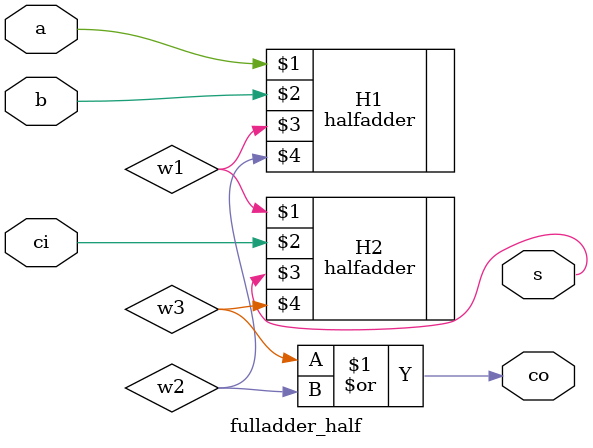
<source format=v>



module fulladder_half(
    input a,
    input b,
    input ci,
    output s,
    output co
    );
    wire w1,w2,w3;
    halfadder H1(a,b,w1,w2);
    halfadder H2(w1,ci,s,w3);
    or(co,w3,w2);
    
endmodule

</source>
